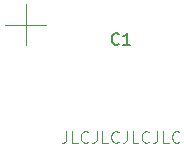
<source format=gbr>
%TF.GenerationSoftware,KiCad,Pcbnew,7.0.11+dfsg-1build4*%
%TF.CreationDate,2025-06-01T15:33:29-04:00*%
%TF.ProjectId,tek-cap-pcb,74656b2d-6361-4702-9d70-63622e6b6963,A*%
%TF.SameCoordinates,Original*%
%TF.FileFunction,Legend,Top*%
%TF.FilePolarity,Positive*%
%FSLAX46Y46*%
G04 Gerber Fmt 4.6, Leading zero omitted, Abs format (unit mm)*
G04 Created by KiCad (PCBNEW 7.0.11+dfsg-1build4) date 2025-06-01 15:33:29*
%MOMM*%
%LPD*%
G01*
G04 APERTURE LIST*
%ADD10C,0.100000*%
%ADD11C,0.150000*%
%ADD12C,0.120000*%
G04 APERTURE END LIST*
D10*
X122380951Y-106822419D02*
X122380951Y-107536704D01*
X122380951Y-107536704D02*
X122333332Y-107679561D01*
X122333332Y-107679561D02*
X122238094Y-107774800D01*
X122238094Y-107774800D02*
X122095237Y-107822419D01*
X122095237Y-107822419D02*
X121999999Y-107822419D01*
X123333332Y-107822419D02*
X122857142Y-107822419D01*
X122857142Y-107822419D02*
X122857142Y-106822419D01*
X124238094Y-107727180D02*
X124190475Y-107774800D01*
X124190475Y-107774800D02*
X124047618Y-107822419D01*
X124047618Y-107822419D02*
X123952380Y-107822419D01*
X123952380Y-107822419D02*
X123809523Y-107774800D01*
X123809523Y-107774800D02*
X123714285Y-107679561D01*
X123714285Y-107679561D02*
X123666666Y-107584323D01*
X123666666Y-107584323D02*
X123619047Y-107393847D01*
X123619047Y-107393847D02*
X123619047Y-107250990D01*
X123619047Y-107250990D02*
X123666666Y-107060514D01*
X123666666Y-107060514D02*
X123714285Y-106965276D01*
X123714285Y-106965276D02*
X123809523Y-106870038D01*
X123809523Y-106870038D02*
X123952380Y-106822419D01*
X123952380Y-106822419D02*
X124047618Y-106822419D01*
X124047618Y-106822419D02*
X124190475Y-106870038D01*
X124190475Y-106870038D02*
X124238094Y-106917657D01*
X124952380Y-106822419D02*
X124952380Y-107536704D01*
X124952380Y-107536704D02*
X124904761Y-107679561D01*
X124904761Y-107679561D02*
X124809523Y-107774800D01*
X124809523Y-107774800D02*
X124666666Y-107822419D01*
X124666666Y-107822419D02*
X124571428Y-107822419D01*
X125904761Y-107822419D02*
X125428571Y-107822419D01*
X125428571Y-107822419D02*
X125428571Y-106822419D01*
X126809523Y-107727180D02*
X126761904Y-107774800D01*
X126761904Y-107774800D02*
X126619047Y-107822419D01*
X126619047Y-107822419D02*
X126523809Y-107822419D01*
X126523809Y-107822419D02*
X126380952Y-107774800D01*
X126380952Y-107774800D02*
X126285714Y-107679561D01*
X126285714Y-107679561D02*
X126238095Y-107584323D01*
X126238095Y-107584323D02*
X126190476Y-107393847D01*
X126190476Y-107393847D02*
X126190476Y-107250990D01*
X126190476Y-107250990D02*
X126238095Y-107060514D01*
X126238095Y-107060514D02*
X126285714Y-106965276D01*
X126285714Y-106965276D02*
X126380952Y-106870038D01*
X126380952Y-106870038D02*
X126523809Y-106822419D01*
X126523809Y-106822419D02*
X126619047Y-106822419D01*
X126619047Y-106822419D02*
X126761904Y-106870038D01*
X126761904Y-106870038D02*
X126809523Y-106917657D01*
X127523809Y-106822419D02*
X127523809Y-107536704D01*
X127523809Y-107536704D02*
X127476190Y-107679561D01*
X127476190Y-107679561D02*
X127380952Y-107774800D01*
X127380952Y-107774800D02*
X127238095Y-107822419D01*
X127238095Y-107822419D02*
X127142857Y-107822419D01*
X128476190Y-107822419D02*
X128000000Y-107822419D01*
X128000000Y-107822419D02*
X128000000Y-106822419D01*
X129380952Y-107727180D02*
X129333333Y-107774800D01*
X129333333Y-107774800D02*
X129190476Y-107822419D01*
X129190476Y-107822419D02*
X129095238Y-107822419D01*
X129095238Y-107822419D02*
X128952381Y-107774800D01*
X128952381Y-107774800D02*
X128857143Y-107679561D01*
X128857143Y-107679561D02*
X128809524Y-107584323D01*
X128809524Y-107584323D02*
X128761905Y-107393847D01*
X128761905Y-107393847D02*
X128761905Y-107250990D01*
X128761905Y-107250990D02*
X128809524Y-107060514D01*
X128809524Y-107060514D02*
X128857143Y-106965276D01*
X128857143Y-106965276D02*
X128952381Y-106870038D01*
X128952381Y-106870038D02*
X129095238Y-106822419D01*
X129095238Y-106822419D02*
X129190476Y-106822419D01*
X129190476Y-106822419D02*
X129333333Y-106870038D01*
X129333333Y-106870038D02*
X129380952Y-106917657D01*
X130095238Y-106822419D02*
X130095238Y-107536704D01*
X130095238Y-107536704D02*
X130047619Y-107679561D01*
X130047619Y-107679561D02*
X129952381Y-107774800D01*
X129952381Y-107774800D02*
X129809524Y-107822419D01*
X129809524Y-107822419D02*
X129714286Y-107822419D01*
X131047619Y-107822419D02*
X130571429Y-107822419D01*
X130571429Y-107822419D02*
X130571429Y-106822419D01*
X131952381Y-107727180D02*
X131904762Y-107774800D01*
X131904762Y-107774800D02*
X131761905Y-107822419D01*
X131761905Y-107822419D02*
X131666667Y-107822419D01*
X131666667Y-107822419D02*
X131523810Y-107774800D01*
X131523810Y-107774800D02*
X131428572Y-107679561D01*
X131428572Y-107679561D02*
X131380953Y-107584323D01*
X131380953Y-107584323D02*
X131333334Y-107393847D01*
X131333334Y-107393847D02*
X131333334Y-107250990D01*
X131333334Y-107250990D02*
X131380953Y-107060514D01*
X131380953Y-107060514D02*
X131428572Y-106965276D01*
X131428572Y-106965276D02*
X131523810Y-106870038D01*
X131523810Y-106870038D02*
X131666667Y-106822419D01*
X131666667Y-106822419D02*
X131761905Y-106822419D01*
X131761905Y-106822419D02*
X131904762Y-106870038D01*
X131904762Y-106870038D02*
X131952381Y-106917657D01*
D11*
X126833333Y-99419580D02*
X126785714Y-99467200D01*
X126785714Y-99467200D02*
X126642857Y-99514819D01*
X126642857Y-99514819D02*
X126547619Y-99514819D01*
X126547619Y-99514819D02*
X126404762Y-99467200D01*
X126404762Y-99467200D02*
X126309524Y-99371961D01*
X126309524Y-99371961D02*
X126261905Y-99276723D01*
X126261905Y-99276723D02*
X126214286Y-99086247D01*
X126214286Y-99086247D02*
X126214286Y-98943390D01*
X126214286Y-98943390D02*
X126261905Y-98752914D01*
X126261905Y-98752914D02*
X126309524Y-98657676D01*
X126309524Y-98657676D02*
X126404762Y-98562438D01*
X126404762Y-98562438D02*
X126547619Y-98514819D01*
X126547619Y-98514819D02*
X126642857Y-98514819D01*
X126642857Y-98514819D02*
X126785714Y-98562438D01*
X126785714Y-98562438D02*
X126833333Y-98610057D01*
X127785714Y-99514819D02*
X127214286Y-99514819D01*
X127500000Y-99514819D02*
X127500000Y-98514819D01*
X127500000Y-98514819D02*
X127404762Y-98657676D01*
X127404762Y-98657676D02*
X127309524Y-98752914D01*
X127309524Y-98752914D02*
X127214286Y-98800533D01*
D12*
%TO.C,C1*%
X117202000Y-97818000D02*
X120702000Y-97818000D01*
X118952000Y-96068000D02*
X118952000Y-99568000D01*
%TD*%
M02*

</source>
